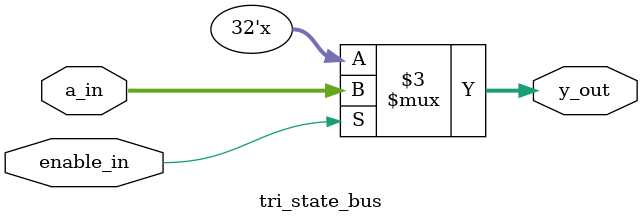
<source format=v>
module tri_state_bus(a_in,enable_in, y_out);

input[31:0] a_in;
input enable_in;
output[31:0] y_out;
reg[31:0]y_out;




always @ (*)
begin
if(enable_in)
y_out = a_in;

else 
y_out = 32'bz;


end

endmodule
</source>
